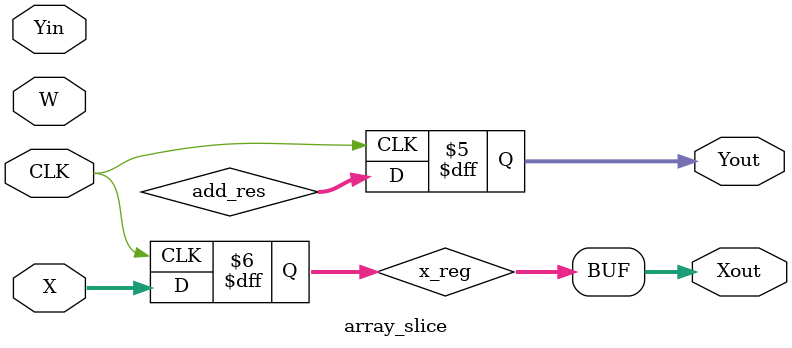
<source format=sv>
module array_slice #(
parameter IPNUT_WIDTH = 8,
parameter ACCUM_WIDTH = 32
)(
input logic CLK,
input logic [IPNUT_WIDTH-1:0] W,
input logic [IPNUT_WIDTH-1:0] X, 
input logic [ACCUM_WIDTH-1:0] Yin,
output logic [IPNUT_WIDTH-1:0] Xout,
output logic [ACCUM_WIDTH-1:0] Yout
);

	logic [IPNUT_WIDTH-1:0] x_reg;
	logic [2*IPNUT_WIDTH-1:0] mult_res;
	logic [ACCUM_WIDTH-1:0] add_res;
	
	always_ff @(posedge CLK) begin
		x_reg <= X;
	end
	
	assign Xout = x_reg;
	
	assign mult_result = W * x_reg;
	
	assign add_result = $signed(mult_result) + Yin;
	
	always_ff @(posedge CLK) begin
		Yout <= add_res;
	end

endmodule 
</source>
